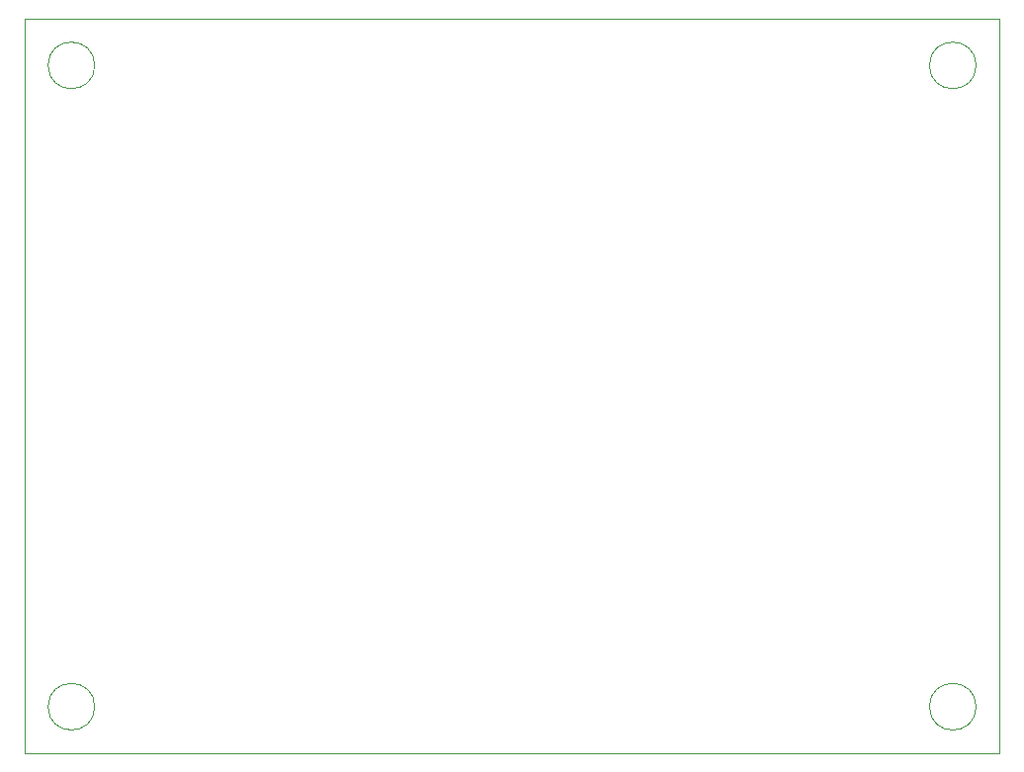
<source format=gbr>
%TF.GenerationSoftware,KiCad,Pcbnew,(5.1.12)-1*%
%TF.CreationDate,2022-11-01T09:45:00-07:00*%
%TF.ProjectId,MPS Tune-o-Matic,4d505320-5475-46e6-952d-6f2d4d617469,rev?*%
%TF.SameCoordinates,Original*%
%TF.FileFunction,Profile,NP*%
%FSLAX46Y46*%
G04 Gerber Fmt 4.6, Leading zero omitted, Abs format (unit mm)*
G04 Created by KiCad (PCBNEW (5.1.12)-1) date 2022-11-01 09:45:00*
%MOMM*%
%LPD*%
G01*
G04 APERTURE LIST*
%TA.AperFunction,Profile*%
%ADD10C,0.050000*%
%TD*%
G04 APERTURE END LIST*
D10*
X55500000Y-75000000D02*
G75*
G03*
X55500000Y-75000000I-2000000J0D01*
G01*
X131000000Y-75000000D02*
G75*
G03*
X131000000Y-75000000I-2000000J0D01*
G01*
X131000000Y-20000000D02*
G75*
G03*
X131000000Y-20000000I-2000000J0D01*
G01*
X55500000Y-20000000D02*
G75*
G03*
X55500000Y-20000000I-2000000J0D01*
G01*
X49500000Y-75600000D02*
X49500000Y-79000000D01*
X49500000Y-16000000D02*
X54100000Y-16000000D01*
X49500000Y-18600000D02*
X49500000Y-16000000D01*
X133000000Y-16000000D02*
X130400000Y-16000000D01*
X133000000Y-18600000D02*
X133000000Y-16000000D01*
X130400000Y-16000000D02*
X54100000Y-16000000D01*
X49500000Y-79000000D02*
X133000000Y-79000000D01*
X49500000Y-18600000D02*
X49500000Y-75600000D01*
X133000000Y-18600000D02*
X133000000Y-79000000D01*
M02*

</source>
